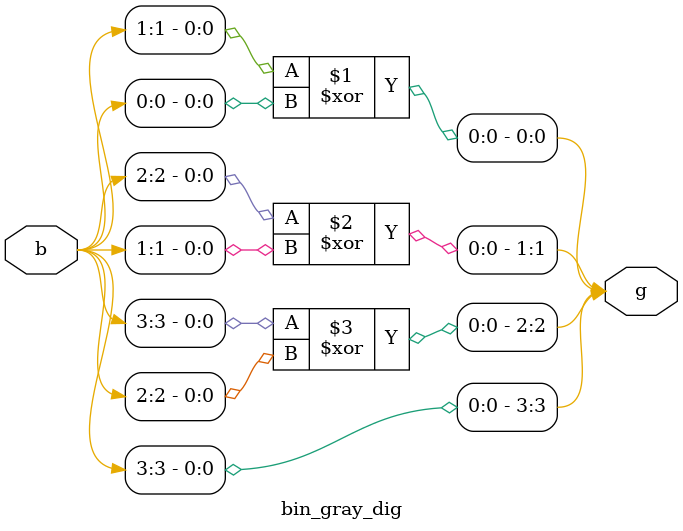
<source format=v>
module bin_gray_dig(
    input [3:0]b, output [3:0]g
    );
    assign g[0]=b[1]^b[0];
    assign g[1]=b[2]^b[1];
    assign g[2]=b[3]^b[2];
    assign g[3]=b[3];
endmodule

</source>
